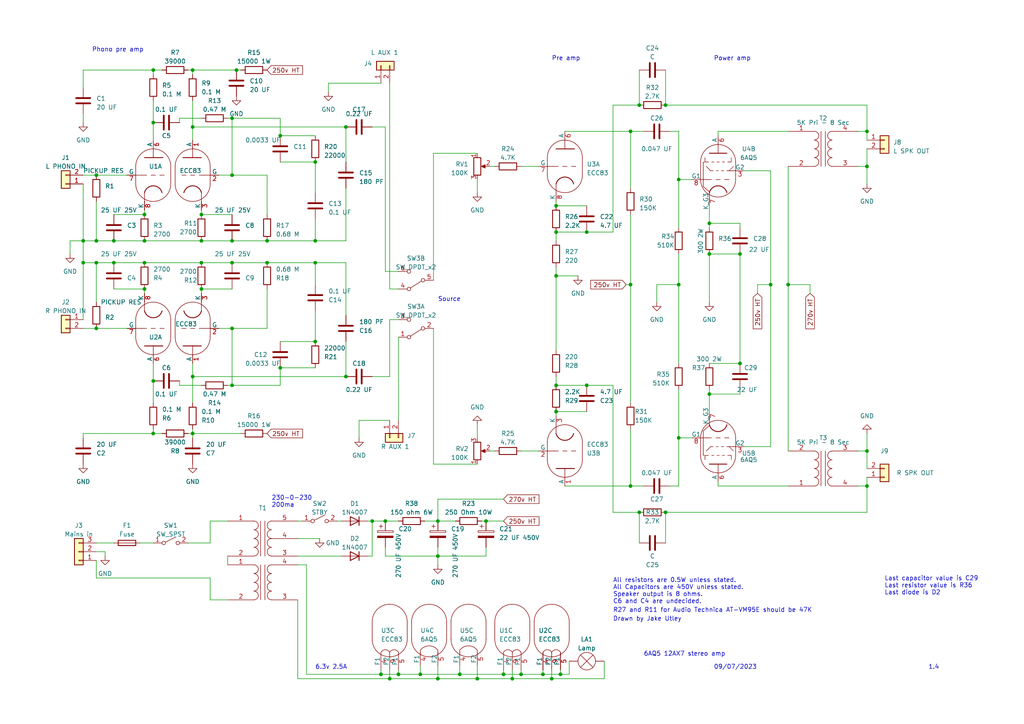
<source format=kicad_sch>
(kicad_sch (version 20230121) (generator eeschema)
  (paper "A4")
  (lib_symbols
    (symbol "Connector_Generic:Conn_01x02" (pin_names (offset 1.016) hide)
      (property "Reference" "J" (at 0 2.54 0))
      (property "Value" "Conn_01x02" (at 0 -5.08 0))
      (symbol "Conn_01x02_1_1"
        (pin passive line (at -5.08 0 0) (length 3.81) (name "Pin_1") (number "1"))
        (pin passive line (at -5.08 -2.54 0) (length 3.81) (name "Pin_2") (number "2"))
      )
    )
    (symbol "Connector_Generic:Conn_01x03" (pin_names (offset 1.016) hide)
      (property "Reference" "J" (at 0 5.08 0))
      (property "Value" "Conn_01x03" (at 0 -5.08 0))
      (symbol "Conn_01x03_1_1"
        (pin passive line (at -5.08 2.54 0) (length 3.81) (name "Pin_1") (number "1"))
        (pin passive line (at -5.08 0 0) (length 3.81) (name "Pin_2") (number "2"))
        (pin passive line (at -5.08 -2.54 0) (length 3.81) (name "Pin_3") (number "3"))
      )
    )
    (symbol "Device:C" (pin_numbers hide) (pin_names (offset 0.254))
      (property "Reference" "C" (at 0.635 2.54 0))
      (property "Value" "C" (at 0.635 -2.54 0))
      (symbol "C_1_1"
        (pin passive line (at 0 3.81 270) (length 2.794) (name "~") (number "1"))
        (pin passive line (at 0 -3.81 90) (length 2.794) (name "~") (number "2"))
      )
    )
    (symbol "Device:C_Polarized" (pin_numbers hide) (pin_names (offset 0.254))
      (property "Reference" "C" (at 0.635 2.54 0))
      (property "Value" "C_Polarized" (at 0.635 -2.54 0))
      (symbol "C_Polarized_1_1"
        (pin passive line (at 0 3.81 270) (length 2.794) (name "~") (number "1"))
        (pin passive line (at 0 -3.81 90) (length 2.794) (name "~") (number "2"))
      )
    )
    (symbol "Device:D" (pin_numbers hide) (pin_names (offset 1.016) hide)
      (property "Reference" "D" (at 0 2.54 0))
      (property "Value" "D" (at 0 -2.54 0))
      (symbol "D_1_1"
        (pin passive line (at -3.81 0 0) (length 2.54) (name "K") (number "1"))
        (pin passive line (at 3.81 0 180) (length 2.54) (name "A") (number "2"))
      )
    )
    (symbol "Device:Fuse" (pin_numbers hide) (pin_names (offset 0))
      (property "Reference" "F" (at 2.032 0 90))
      (property "Value" "Fuse" (at -1.905 0 90))
      (symbol "Fuse_1_1"
        (pin passive line (at 0 3.81 270) (length 1.27) (name "~") (number "1"))
        (pin passive line (at 0 -3.81 90) (length 1.27) (name "~") (number "2"))
      )
    )
    (symbol "Device:Lamp" (pin_numbers hide) (pin_names (offset 0.0254) hide)
      (property "Reference" "LA" (at 0.635 3.81 0))
      (property "Value" "Lamp" (at 0.635 -3.81 0))
      (symbol "Lamp_1_1"
        (pin passive line (at 0 -5.08 90) (length 2.54) (name "-") (number "1"))
        (pin passive line (at 0 5.08 270) (length 2.54) (name "+") (number "2"))
      )
    )
    (symbol "Device:R" (pin_numbers hide) (pin_names (offset 0))
      (property "Reference" "R" (at 2.032 0 90))
      (property "Value" "R" (at 0 0 90))
      (symbol "R_1_1"
        (pin passive line (at 0 3.81 270) (length 1.27) (name "~") (number "1"))
        (pin passive line (at 0 -3.81 90) (length 1.27) (name "~") (number "2"))
      )
    )
    (symbol "Device:R_Potentiometer" (pin_names (offset 1.016) hide)
      (property "Reference" "RV" (at -4.445 0 90))
      (property "Value" "R_Potentiometer" (at -2.54 0 90))
      (symbol "R_Potentiometer_1_1"
        (pin passive line (at 0 3.81 270) (length 1.27) (name "1") (number "1"))
        (pin passive line (at 3.81 0 180) (length 1.27) (name "2") (number "2"))
        (pin passive line (at 0 -3.81 90) (length 1.27) (name "3") (number "3"))
      )
    )
    (symbol "Device:Transformer_1P_1S" (pin_names (offset 1.016) hide)
      (property "Reference" "T" (at 0 6.35 0))
      (property "Value" "Transformer_1P_1S" (at 0 -7.62 0))
      (symbol "Transformer_1P_1S_1_1"
        (pin passive line (at -10.16 5.08 0) (length 7.62) (name "AA") (number "1"))
        (pin passive line (at -10.16 -5.08 0) (length 7.62) (name "AB") (number "2"))
        (pin passive line (at 10.16 -5.08 180) (length 7.62) (name "SA") (number "3"))
        (pin passive line (at 10.16 5.08 180) (length 7.62) (name "SB") (number "4"))
      )
    )
    (symbol "Device:Transformer_1P_SS" (pin_names (offset 1.016) hide)
      (property "Reference" "T" (at 0 6.35 0))
      (property "Value" "Transformer_1P_SS" (at 0 -7.62 0))
      (symbol "Transformer_1P_SS_1_1"
        (pin passive line (at -10.16 5.08 0) (length 7.62) (name "AA") (number "1"))
        (pin passive line (at -10.16 -5.08 0) (length 7.62) (name "AB") (number "2"))
        (pin passive line (at 10.16 -5.08 180) (length 7.62) (name "SA") (number "3"))
        (pin passive line (at 10.16 0 180) (length 7.62) (name "SC") (number "4"))
        (pin passive line (at 10.16 5.08 180) (length 7.62) (name "SB") (number "5"))
      )
    )
    (symbol "Switch:SW_DPDT_x2" (pin_names (offset 0) hide)
      (property "Reference" "SW" (at 0 4.318 0))
      (property "Value" "SW_DPDT_x2" (at 0 -5.08 0))
      (symbol "SW_DPDT_x2_1_1"
        (pin passive line (at 5.08 2.54 180) (length 2.54) (name "A") (number "1"))
        (pin passive line (at -5.08 0 0) (length 2.54) (name "B") (number "2"))
        (pin passive line (at 5.08 -2.54 180) (length 2.54) (name "C") (number "3"))
      )
      (symbol "SW_DPDT_x2_2_1"
        (pin passive line (at 5.08 2.54 180) (length 2.54) (name "A") (number "4"))
        (pin passive line (at -5.08 0 0) (length 2.54) (name "B") (number "5"))
        (pin passive line (at 5.08 -2.54 180) (length 2.54) (name "C") (number "6"))
      )
    )
    (symbol "Switch:SW_SPST" (pin_names (offset 0) hide)
      (property "Reference" "SW" (at 0 3.175 0))
      (property "Value" "SW_SPST" (at 0 -2.54 0))
      (symbol "SW_SPST_1_1"
        (pin passive line (at -5.08 0 0) (length 2.54) (name "A") (number "1"))
        (pin passive line (at 5.08 0 180) (length 2.54) (name "B") (number "2"))
      )
    )
    (symbol "Valve:ECC83" (pin_names (offset 0))
      (property "Reference" "U" (at 3.302 7.874 0))
      (property "Value" "ECC83" (at 8.89 -7.62 0))
      (symbol "ECC83_1_1"
        (pin output line (at 0 10.16 270) (length 2.54) (name "A") (number "6"))
        (pin input line (at -7.62 0 0) (length 2.54) (name "G") (number "7"))
        (pin bidirectional line (at -2.54 -10.16 90) (length 2.54) (name "K") (number "8"))
      )
      (symbol "ECC83_2_1"
        (pin output line (at 0 10.16 270) (length 2.54) (name "A") (number "1"))
        (pin input line (at -7.62 0 0) (length 2.54) (name "G") (number "2"))
        (pin bidirectional line (at -2.54 -10.16 90) (length 2.54) (name "K") (number "3"))
      )
      (symbol "ECC83_3_1"
        (pin power_in line (at -2.54 -11.43 90) (length 5.08) (name "F1") (number "4"))
        (pin power_in line (at 2.54 -11.43 90) (length 5.08) (name "F1") (number "5"))
        (pin power_in line (at 0 -11.43 90) (length 5.08) (name "F2") (number "9"))
      )
    )
    (symbol "Valve:ECL86" (pin_names (offset 0))
      (property "Reference" "U" (at 3.81 7.62 0))
      (property "Value" "ECL86" (at 7.62 -7.62 0))
      (symbol "ECL86_1_1"
        (pin input line (at -7.62 0 0) (length 2.54) (name "G") (number "1"))
        (pin bidirectional line (at -2.54 -10.16 90) (length 2.54) (name "K") (number "2"))
        (pin output line (at 0 10.16 270) (length 2.54) (name "A") (number "9"))
      )
      (symbol "ECL86_2_1"
        (pin input line (at 7.62 0 180) (length 2.54) (name "G2") (number "3"))
        (pin output line (at 0 10.16 270) (length 2.54) (name "A") (number "6"))
        (pin bidirectional line (at -2.54 -10.16 90) (length 2.54) (name "K_G3") (number "7"))
        (pin input line (at -7.62 -2.54 0) (length 2.54) (name "G1") (number "8"))
      )
      (symbol "ECL86_3_1"
        (pin power_in line (at -2.54 -10.16 90) (length 3.81) (name "F1") (number "4"))
        (pin power_in line (at 2.54 -10.16 90) (length 3.81) (name "F2") (number "5"))
      )
    )
    (symbol "power:GND" (power) (pin_names (offset 0))
      (property "Value" "GND" (at 0 -3.81 0))
      (symbol "GND_1_1"
        (pin power_in line (at 0 0 270) (length 0) hide (name "GND") (number "1"))
      )
    )
  )
  (junction (at 77.47 76.2))
  (junction (at 27.94 95.25))
  (junction (at 41.91 83.82))
  (junction (at 68.58 20.32))
  (junction (at 81.28 106.68))
  (junction (at 146.05 195.58))
  (junction (at 133.35 195.58))
  (junction (at 193.04 30.48))
  (junction (at 91.44 76.2))
  (junction (at 67.31 34.29))
  (junction (at 170.18 67.31))
  (junction (at 251.46 48.26))
  (junction (at 111.76 151.13))
  (junction (at 91.44 99.06))
  (junction (at 251.46 38.1))
  (junction (at 58.42 69.85))
  (junction (at 151.13 195.58))
  (junction (at 67.31 50.8))
  (junction (at 44.45 125.73))
  (junction (at 115.57 195.58))
  (junction (at 33.02 69.85))
  (junction (at 161.29 111.76))
  (junction (at 196.85 82.55))
  (junction (at 24.13 69.85))
  (junction (at 205.74 64.77))
  (junction (at 214.63 73.66))
  (junction (at 161.29 80.01))
  (junction (at 55.88 36.83))
  (junction (at 55.88 20.32))
  (junction (at 205.74 114.3))
  (junction (at 58.42 62.23))
  (junction (at 193.04 148.59))
  (junction (at 161.29 67.31))
  (junction (at 24.13 76.2))
  (junction (at 182.88 38.1))
  (junction (at 81.28 39.37))
  (junction (at 196.85 52.07))
  (junction (at 77.47 69.85))
  (junction (at 251.46 130.81))
  (junction (at 58.42 76.2))
  (junction (at 170.18 111.76))
  (junction (at 148.59 196.85))
  (junction (at 138.43 196.85))
  (junction (at 161.29 59.69))
  (junction (at 228.6 82.55))
  (junction (at 140.97 151.13))
  (junction (at 127 151.13))
  (junction (at 55.88 109.22))
  (junction (at 91.44 46.99))
  (junction (at 67.31 69.85))
  (junction (at 41.91 69.85))
  (junction (at 182.88 82.55))
  (junction (at 223.52 82.55))
  (junction (at 127 196.85))
  (junction (at 100.33 109.22))
  (junction (at 113.03 196.85))
  (junction (at 251.46 140.97))
  (junction (at 67.31 76.2))
  (junction (at 91.44 69.85))
  (junction (at 185.42 148.59))
  (junction (at 44.45 20.32))
  (junction (at 27.94 76.2))
  (junction (at 107.95 151.13))
  (junction (at 161.29 119.38))
  (junction (at 41.91 76.2))
  (junction (at 160.02 196.85))
  (junction (at 67.31 111.76))
  (junction (at 127 161.29))
  (junction (at 110.49 195.58))
  (junction (at 185.42 30.48))
  (junction (at 41.91 62.23))
  (junction (at 214.63 105.41))
  (junction (at 205.74 73.66))
  (junction (at 44.45 110.49))
  (junction (at 67.31 95.25))
  (junction (at 100.33 36.83))
  (junction (at 27.94 69.85))
  (junction (at 44.45 35.56))
  (junction (at 121.92 195.58))
  (junction (at 182.88 140.97))
  (junction (at 55.88 125.73))
  (junction (at 27.94 50.8))
  (junction (at 162.56 195.58))
  (junction (at 58.42 83.82))
  (junction (at 157.48 195.58))
  (junction (at 196.85 127))
  (junction (at 33.02 76.2))
  (wire (pts (xy 68.58 20.32) (xy 55.88 20.32)))
  (wire (pts (xy 208.28 140.97) (xy 228.6 140.97)))
  (wire (pts (xy 182.88 140.97) (xy 186.69 140.97)))
  (wire (pts (xy 86.36 163.83) (xy 88.9 163.83)))
  (wire (pts (xy 58.42 76.2) (xy 67.31 76.2)))
  (wire (pts (xy 24.13 92.71) (xy 24.13 76.2)))
  (wire (pts (xy 219.71 82.55) (xy 223.52 82.55)))
  (wire (pts (xy 161.29 111.76) (xy 170.18 111.76)))
  (wire (pts (xy 81.28 99.06) (xy 91.44 99.06)))
  (wire (pts (xy 58.42 83.82) (xy 67.31 83.82)))
  (wire (pts (xy 196.85 38.1) (xy 196.85 52.07)))
  (wire (pts (xy 251.46 140.97) (xy 251.46 138.43)))
  (wire (pts (xy 44.45 35.56) (xy 44.45 40.64)))
  (wire (pts (xy 81.28 111.76) (xy 81.28 106.68)))
  (wire (pts (xy 24.13 125.73) (xy 44.45 125.73)))
  (wire (pts (xy 27.94 160.02) (xy 30.48 160.02)))
  (wire (pts (xy 193.04 148.59) (xy 193.04 157.48)))
  (wire (pts (xy 251.46 148.59) (xy 193.04 148.59)))
  (wire (pts (xy 111.76 151.13) (xy 115.57 151.13)))
  (wire (pts (xy 107.95 36.83) (xy 111.76 36.83)))
  (wire (pts (xy 185.42 20.32) (xy 185.42 30.48)))
  (wire (pts (xy 194.31 140.97) (xy 196.85 140.97)))
  (wire (pts (xy 138.43 134.62) (xy 125.73 134.62)))
  (wire (pts (xy 24.13 20.32) (xy 44.45 20.32)))
  (wire (pts (xy 163.83 38.1) (xy 182.88 38.1)))
  (wire (pts (xy 27.94 157.48) (xy 33.02 157.48)))
  (wire (pts (xy 162.56 194.31) (xy 162.56 195.58)))
  (wire (pts (xy 58.42 62.23) (xy 67.31 62.23)))
  (wire (pts (xy 208.28 139.7) (xy 208.28 140.97)))
  (wire (pts (xy 190.5 82.55) (xy 196.85 82.55)))
  (wire (pts (xy 161.29 59.69) (xy 170.18 59.69)))
  (wire (pts (xy 182.88 38.1) (xy 182.88 54.61)))
  (wire (pts (xy 138.43 55.88) (xy 138.43 52.07)))
  (wire (pts (xy 251.46 38.1) (xy 251.46 30.48)))
  (wire (pts (xy 40.64 157.48) (xy 44.45 157.48)))
  (wire (pts (xy 215.9 49.53) (xy 223.52 49.53)))
  (wire (pts (xy 205.74 114.3) (xy 205.74 113.03)))
  (wire (pts (xy 41.91 69.85) (xy 58.42 69.85)))
  (wire (pts (xy 146.05 194.31) (xy 146.05 195.58)))
  (wire (pts (xy 148.59 194.31) (xy 148.59 196.85)))
  (wire (pts (xy 30.48 160.02) (xy 30.48 161.29)))
  (wire (pts (xy 67.31 111.76) (xy 67.31 95.25)))
  (wire (pts (xy 157.48 194.31) (xy 157.48 195.58)))
  (wire (pts (xy 44.45 20.32) (xy 46.99 20.32)))
  (wire (pts (xy 27.94 76.2) (xy 33.02 76.2)))
  (wire (pts (xy 44.45 29.21) (xy 44.45 35.56)))
  (wire (pts (xy 185.42 148.59) (xy 177.8 148.59)))
  (wire (pts (xy 81.28 39.37) (xy 91.44 39.37)))
  (wire (pts (xy 251.46 130.81) (xy 251.46 135.89)))
  (wire (pts (xy 251.46 38.1) (xy 251.46 40.64)))
  (wire (pts (xy 67.31 69.85) (xy 77.47 69.85)))
  (wire (pts (xy 86.36 156.21) (xy 92.71 156.21)))
  (wire (pts (xy 88.9 163.83) (xy 88.9 195.58)))
  (wire (pts (xy 115.57 195.58) (xy 121.92 195.58)))
  (wire (pts (xy 139.7 151.13) (xy 140.97 151.13)))
  (wire (pts (xy 58.42 69.85) (xy 67.31 69.85)))
  (wire (pts (xy 161.29 67.31) (xy 161.29 69.85)))
  (wire (pts (xy 121.92 195.58) (xy 133.35 195.58)))
  (wire (pts (xy 33.02 62.23) (xy 41.91 62.23)))
  (wire (pts (xy 214.63 66.04) (xy 214.63 64.77)))
  (wire (pts (xy 142.24 48.26) (xy 143.51 48.26)))
  (wire (pts (xy 205.74 59.69) (xy 205.74 64.77)))
  (wire (pts (xy 66.04 161.29) (xy 66.04 163.83)))
  (wire (pts (xy 234.95 82.55) (xy 228.6 82.55)))
  (wire (pts (xy 41.91 76.2) (xy 58.42 76.2)))
  (wire (pts (xy 81.28 106.68) (xy 91.44 106.68)))
  (wire (pts (xy 58.42 60.96) (xy 58.42 62.23)))
  (wire (pts (xy 234.95 85.09) (xy 234.95 82.55)))
  (wire (pts (xy 24.13 50.8) (xy 27.94 50.8)))
  (wire (pts (xy 110.49 195.58) (xy 115.57 195.58)))
  (wire (pts (xy 100.33 91.44) (xy 100.33 76.2)))
  (wire (pts (xy 157.48 195.58) (xy 162.56 195.58)))
  (wire (pts (xy 41.91 85.09) (xy 41.91 83.82)))
  (wire (pts (xy 146.05 144.78) (xy 127 144.78)))
  (wire (pts (xy 182.88 82.55) (xy 182.88 116.84)))
  (wire (pts (xy 113.03 24.13) (xy 113.03 83.82)))
  (wire (pts (xy 251.46 48.26) (xy 251.46 43.18)))
  (wire (pts (xy 214.63 114.3) (xy 205.74 114.3)))
  (wire (pts (xy 208.28 38.1) (xy 228.6 38.1)))
  (wire (pts (xy 107.95 109.22) (xy 113.03 109.22)))
  (wire (pts (xy 214.63 73.66) (xy 214.63 105.41)))
  (wire (pts (xy 24.13 69.85) (xy 24.13 76.2)))
  (wire (pts (xy 138.43 196.85) (xy 138.43 193.04)))
  (wire (pts (xy 63.5 50.8) (xy 67.31 50.8)))
  (wire (pts (xy 177.8 30.48) (xy 177.8 67.31)))
  (wire (pts (xy 104.14 121.92) (xy 113.03 121.92)))
  (wire (pts (xy 182.88 140.97) (xy 182.88 124.46)))
  (wire (pts (xy 223.52 82.55) (xy 223.52 129.54)))
  (wire (pts (xy 177.8 148.59) (xy 177.8 111.76)))
  (wire (pts (xy 20.32 69.85) (xy 24.13 69.85)))
  (wire (pts (xy 205.74 73.66) (xy 214.63 73.66)))
  (wire (pts (xy 77.47 83.82) (xy 77.47 95.25)))
  (wire (pts (xy 156.21 48.26) (xy 151.13 48.26)))
  (wire (pts (xy 190.5 87.63) (xy 190.5 82.55)))
  (wire (pts (xy 196.85 82.55) (xy 196.85 105.41)))
  (wire (pts (xy 107.95 151.13) (xy 111.76 151.13)))
  (wire (pts (xy 58.42 85.09) (xy 58.42 83.82)))
  (wire (pts (xy 97.79 151.13) (xy 99.06 151.13)))
  (wire (pts (xy 27.94 87.63) (xy 27.94 76.2)))
  (wire (pts (xy 44.45 110.49) (xy 44.45 105.41)))
  (wire (pts (xy 63.5 95.25) (xy 67.31 95.25)))
  (wire (pts (xy 161.29 80.01) (xy 161.29 77.47)))
  (wire (pts (xy 24.13 127) (xy 24.13 125.73)))
  (wire (pts (xy 127 144.78) (xy 127 151.13)))
  (wire (pts (xy 44.45 20.32) (xy 44.45 21.59)))
  (wire (pts (xy 24.13 53.34) (xy 24.13 69.85)))
  (wire (pts (xy 161.29 111.76) (xy 161.29 109.22)))
  (wire (pts (xy 67.31 50.8) (xy 77.47 50.8)))
  (wire (pts (xy 196.85 52.07) (xy 200.66 52.07)))
  (wire (pts (xy 170.18 67.31) (xy 177.8 67.31)))
  (wire (pts (xy 251.46 30.48) (xy 193.04 30.48)))
  (wire (pts (xy 111.76 36.83) (xy 111.76 78.74)))
  (wire (pts (xy 100.33 36.83) (xy 100.33 46.99)))
  (wire (pts (xy 163.83 140.97) (xy 182.88 140.97)))
  (wire (pts (xy 95.25 24.13) (xy 110.49 24.13)))
  (wire (pts (xy 77.47 62.23) (xy 77.47 50.8)))
  (wire (pts (xy 165.1 191.77) (xy 165.1 195.58)))
  (wire (pts (xy 140.97 151.13) (xy 146.05 151.13)))
  (wire (pts (xy 127 196.85) (xy 138.43 196.85)))
  (wire (pts (xy 55.88 109.22) (xy 55.88 105.41)))
  (wire (pts (xy 100.33 54.61) (xy 100.33 69.85)))
  (wire (pts (xy 91.44 99.06) (xy 91.44 90.17)))
  (wire (pts (xy 161.29 58.42) (xy 161.29 59.69)))
  (wire (pts (xy 181.61 82.55) (xy 182.88 82.55)))
  (wire (pts (xy 88.9 195.58) (xy 110.49 195.58)))
  (wire (pts (xy 182.88 38.1) (xy 186.69 38.1)))
  (wire (pts (xy 161.29 119.38) (xy 170.18 119.38)))
  (wire (pts (xy 228.6 82.55) (xy 228.6 130.81)))
  (wire (pts (xy 55.88 116.84) (xy 55.88 109.22)))
  (wire (pts (xy 54.61 20.32) (xy 55.88 20.32)))
  (wire (pts (xy 41.91 60.96) (xy 41.91 62.23)))
  (wire (pts (xy 66.04 34.29) (xy 67.31 34.29)))
  (wire (pts (xy 196.85 127) (xy 196.85 113.03)))
  (wire (pts (xy 106.68 161.29) (xy 107.95 161.29)))
  (wire (pts (xy 24.13 95.25) (xy 27.94 95.25)))
  (wire (pts (xy 86.36 151.13) (xy 87.63 151.13)))
  (wire (pts (xy 113.03 194.31) (xy 113.03 196.85)))
  (wire (pts (xy 67.31 34.29) (xy 81.28 34.29)))
  (wire (pts (xy 54.61 157.48) (xy 60.96 157.48)))
  (wire (pts (xy 185.42 30.48) (xy 177.8 30.48)))
  (wire (pts (xy 196.85 52.07) (xy 196.85 66.04)))
  (wire (pts (xy 127 151.13) (xy 132.08 151.13)))
  (wire (pts (xy 113.03 196.85) (xy 127 196.85)))
  (wire (pts (xy 113.03 109.22) (xy 113.03 92.71)))
  (wire (pts (xy 55.88 36.83) (xy 55.88 40.64)))
  (wire (pts (xy 67.31 34.29) (xy 67.31 50.8)))
  (wire (pts (xy 27.94 167.64) (xy 60.96 167.64)))
  (wire (pts (xy 91.44 46.99) (xy 91.44 55.88)))
  (wire (pts (xy 66.04 111.76) (xy 67.31 111.76)))
  (wire (pts (xy 127 158.75) (xy 127 161.29)))
  (wire (pts (xy 91.44 63.5) (xy 91.44 69.85)))
  (wire (pts (xy 138.43 123.19) (xy 138.43 127)))
  (wire (pts (xy 248.92 48.26) (xy 251.46 48.26)))
  (wire (pts (xy 196.85 127) (xy 200.66 127)))
  (wire (pts (xy 196.85 140.97) (xy 196.85 127)))
  (wire (pts (xy 86.36 173.99) (xy 86.36 196.85)))
  (wire (pts (xy 110.49 194.31) (xy 110.49 195.58)))
  (wire (pts (xy 27.94 95.25) (xy 36.83 95.25)))
  (wire (pts (xy 52.07 111.76) (xy 52.07 110.49)))
  (wire (pts (xy 160.02 194.31) (xy 160.02 196.85)))
  (wire (pts (xy 161.29 67.31) (xy 170.18 67.31)))
  (wire (pts (xy 127 193.04) (xy 127 196.85)))
  (wire (pts (xy 182.88 82.55) (xy 182.88 62.23)))
  (wire (pts (xy 55.88 125.73) (xy 55.88 127)))
  (wire (pts (xy 251.46 130.81) (xy 251.46 125.73)))
  (wire (pts (xy 125.73 44.45) (xy 125.73 81.28)))
  (wire (pts (xy 33.02 83.82) (xy 41.91 83.82)))
  (wire (pts (xy 138.43 44.45) (xy 125.73 44.45)))
  (wire (pts (xy 185.42 148.59) (xy 185.42 157.48)))
  (wire (pts (xy 24.13 33.02) (xy 24.13 35.56)))
  (wire (pts (xy 27.94 76.2) (xy 24.13 76.2)))
  (wire (pts (xy 54.61 125.73) (xy 55.88 125.73)))
  (wire (pts (xy 100.33 69.85) (xy 91.44 69.85)))
  (wire (pts (xy 123.19 151.13) (xy 127 151.13)))
  (wire (pts (xy 205.74 64.77) (xy 205.74 66.04)))
  (wire (pts (xy 91.44 69.85) (xy 77.47 69.85)))
  (wire (pts (xy 27.94 69.85) (xy 24.13 69.85)))
  (wire (pts (xy 140.97 161.29) (xy 127 161.29)))
  (wire (pts (xy 44.45 125.73) (xy 46.99 125.73)))
  (wire (pts (xy 27.94 69.85) (xy 33.02 69.85)))
  (wire (pts (xy 140.97 158.75) (xy 140.97 161.29)))
  (wire (pts (xy 55.88 125.73) (xy 69.85 125.73)))
  (wire (pts (xy 138.43 196.85) (xy 148.59 196.85)))
  (wire (pts (xy 196.85 82.55) (xy 196.85 73.66)))
  (wire (pts (xy 55.88 125.73) (xy 55.88 124.46)))
  (wire (pts (xy 91.44 82.55) (xy 91.44 76.2)))
  (wire (pts (xy 205.74 105.41) (xy 214.63 105.41)))
  (wire (pts (xy 161.29 80.01) (xy 167.64 80.01)))
  (wire (pts (xy 248.92 130.81) (xy 251.46 130.81)))
  (wire (pts (xy 104.14 127) (xy 104.14 121.92)))
  (wire (pts (xy 251.46 48.26) (xy 251.46 53.34)))
  (wire (pts (xy 205.74 119.38) (xy 205.74 114.3)))
  (wire (pts (xy 27.94 58.42) (xy 27.94 69.85)))
  (wire (pts (xy 55.88 20.32) (xy 55.88 21.59)))
  (wire (pts (xy 66.04 173.99) (xy 60.96 173.99)))
  (wire (pts (xy 214.63 113.03) (xy 214.63 114.3)))
  (wire (pts (xy 44.45 116.84) (xy 44.45 110.49)))
  (wire (pts (xy 214.63 64.77) (xy 205.74 64.77)))
  (wire (pts (xy 58.42 34.29) (xy 52.07 34.29)))
  (wire (pts (xy 60.96 151.13) (xy 60.96 157.48)))
  (wire (pts (xy 151.13 194.31) (xy 151.13 195.58)))
  (wire (pts (xy 111.76 161.29) (xy 111.76 158.75)))
  (wire (pts (xy 107.95 161.29) (xy 107.95 151.13)))
  (wire (pts (xy 55.88 109.22) (xy 100.33 109.22)))
  (wire (pts (xy 33.02 69.85) (xy 41.91 69.85)))
  (wire (pts (xy 27.94 162.56) (xy 27.94 167.64)))
  (wire (pts (xy 151.13 195.58) (xy 146.05 195.58)))
  (wire (pts (xy 113.03 92.71) (xy 115.57 92.71)))
  (wire (pts (xy 81.28 46.99) (xy 91.44 46.99)))
  (wire (pts (xy 60.96 173.99) (xy 60.96 167.64)))
  (wire (pts (xy 91.44 76.2) (xy 77.47 76.2)))
  (wire (pts (xy 161.29 80.01) (xy 161.29 101.6)))
  (wire (pts (xy 44.45 125.73) (xy 44.45 124.46)))
  (wire (pts (xy 248.92 140.97) (xy 251.46 140.97)))
  (wire (pts (xy 127 161.29) (xy 127 163.83)))
  (wire (pts (xy 156.21 130.81) (xy 151.13 130.81)))
  (wire (pts (xy 251.46 140.97) (xy 251.46 148.59)))
  (wire (pts (xy 127 161.29) (xy 111.76 161.29)))
  (wire (pts (xy 205.74 73.66) (xy 205.74 87.63)))
  (wire (pts (xy 162.56 195.58) (xy 165.1 195.58)))
  (wire (pts (xy 157.48 195.58) (xy 151.13 195.58)))
  (wire (pts (xy 193.04 20.32) (xy 193.04 30.48)))
  (wire (pts (xy 115.57 97.79) (xy 115.57 121.92)))
  (wire (pts (xy 142.24 130.81) (xy 143.51 130.81)))
  (wire (pts (xy 60.96 151.13) (xy 66.04 151.13)))
  (wire (pts (xy 170.18 111.76) (xy 177.8 111.76)))
  (wire (pts (xy 208.28 39.37) (xy 208.28 38.1)))
  (wire (pts (xy 133.35 195.58) (xy 133.35 193.04)))
  (wire (pts (xy 52.07 34.29) (xy 52.07 35.56)))
  (wire (pts (xy 223.52 49.53) (xy 223.52 82.55)))
  (wire (pts (xy 111.76 78.74) (xy 115.57 78.74)))
  (wire (pts (xy 161.29 120.65) (xy 161.29 119.38)))
  (wire (pts (xy 95.25 26.67) (xy 95.25 24.13)))
  (wire (pts (xy 67.31 76.2) (xy 77.47 76.2)))
  (wire (pts (xy 194.31 38.1) (xy 196.85 38.1)))
  (wire (pts (xy 100.33 109.22) (xy 100.33 99.06)))
  (wire (pts (xy 24.13 20.32) (xy 24.13 25.4)))
  (wire (pts (xy 115.57 194.31) (xy 115.57 195.58)))
  (wire (pts (xy 33.02 76.2) (xy 41.91 76.2)))
  (wire (pts (xy 67.31 111.76) (xy 81.28 111.76)))
  (wire (pts (xy 160.02 196.85) (xy 148.59 196.85)))
  (wire (pts (xy 175.26 191.77) (xy 175.26 196.85)))
  (wire (pts (xy 58.42 111.76) (xy 52.07 111.76)))
  (wire (pts (xy 69.85 20.32) (xy 68.58 20.32)))
  (wire (pts (xy 100.33 76.2) (xy 91.44 76.2)))
  (wire (pts (xy 86.36 196.85) (xy 113.03 196.85)))
  (wire (pts (xy 20.32 69.85) (xy 20.32 73.66)))
  (wire (pts (xy 107.95 151.13) (xy 106.68 151.13)))
  (wire (pts (xy 121.92 193.04) (xy 121.92 195.58)))
  (wire (pts (xy 55.88 29.21) (xy 55.88 36.83)))
  (wire (pts (xy 228.6 48.26) (xy 228.6 82.55)))
  (wire (pts (xy 81.28 34.29) (xy 81.28 39.37)))
  (wire (pts (xy 125.73 134.62) (xy 125.73 95.25)))
  (wire (pts (xy 27.94 50.8) (xy 36.83 50.8)))
  (wire (pts (xy 146.05 195.58) (xy 133.35 195.58)))
  (wire (pts (xy 215.9 129.54) (xy 223.52 129.54)))
  (wire (pts (xy 86.36 161.29) (xy 99.06 161.29)))
  (wire (pts (xy 248.92 38.1) (xy 251.46 38.1)))
  (wire (pts (xy 55.88 36.83) (xy 100.33 36.83)))
  (wire (pts (xy 175.26 196.85) (xy 160.02 196.85)))
  (wire (pts (xy 113.03 83.82) (xy 115.57 83.82)))
  (wire (pts (xy 67.31 95.25) (xy 77.47 95.25)))
  (wire (pts (xy 219.71 85.09) (xy 219.71 82.55)))
  (text "6.3v 2.5A" (at 91.44 194.31 0) (effects (font (size 1.27 1.27)) (justify left bottom)))
  (text "230-0-230\n200ma" (at 78.74 147.32 0) (effects (font (size 1.27 1.27)) (justify left bottom)))
  (text "6AQ5 12AX7 stereo amp" (at 186.69 190.5 0) (effects (font (size 1.27 1.27)) (justify left bottom)))
  (text "Last capacitor value is C29\nLast resistor value is R36\nLast diode is D2" (at 256.54 172.72 0) (effects (font (size 1.27 1.27)) (justify left bottom)))
  (text "R27 and R11 for Audio Technica AT-VM95E should be 47K" (at 177.8 177.8 0) (effects (font (size 1.27 1.27)) (justify left bottom)))
  (text "Drawn by Jake Utley" (at 177.8 180.34 0) (effects (font (size 1.27 1.27)) (justify left bottom)))
  (text "Phono pre amp" (at 26.67 15.24 0) (effects (font (size 1.27 1.27)) (justify left bottom)))
  (text "1.4" (at 269.24 194.31 0) (effects (font (size 1.27 1.27)) (justify left bottom)))
  (text "All resistors are 0.5W unless stated.\nAll Capacitors are 450V unless stated.\nSpeaker output is 8 ohms.\nC6 and C4 are undecided." (at 177.8 175.26 0) (effects (font (size 1.27 1.27)) (justify left bottom)))
  (text "Power amp" (at 207.01 17.78 0) (effects (font (size 1.27 1.27)) (justify left bottom)))
  (text "Pre amp" (at 160.02 17.78 0) (effects (font (size 1.27 1.27)) (justify left bottom)))
  (text "09/07/2023" (at 207.01 194.31 0) (effects (font (size 1.27 1.27)) (justify left bottom)))
  (text "Source" (at 127 87.63 0) (effects (font (size 1.27 1.27)) (justify left bottom)))
  (global_label "250v HT" (shape input) (at 146.05 151.13 0) (property "Intersheetrefs" "${INTERSHEET_REFS}" (effects hide)))
  (global_label "250v HT" (shape input) (at 219.71 85.09 270) (property "Intersheetrefs" "${INTERSHEET_REFS}" (effects hide)))
  (global_label "270v HT" (shape input) (at 234.95 85.09 270) (property "Intersheetrefs" "${INTERSHEET_REFS}" (effects hide)))
  (global_label "250v HT" (shape input) (at 181.61 82.55 180) (property "Intersheetrefs" "${INTERSHEET_REFS}" (effects hide)))
  (global_label "250v HT" (shape input) (at 77.47 20.32 0) (property "Intersheetrefs" "${INTERSHEET_REFS}" (effects hide)))
  (global_label "270v HT" (shape input) (at 146.05 144.78 0) (property "Intersheetrefs" "${INTERSHEET_REFS}" (effects hide)))
  (global_label "250v HT" (shape input) (at 77.47 125.73 0) (property "Intersheetrefs" "${INTERSHEET_REFS}" (effects hide)))
  (symbol (lib_id "Connector_Generic:Conn_01x02") (at 113.03 127 90) (mirror x) (unit 1)
    (property "Reference" "J7" (at 118.11 126.365 90) (effects (justify right)))
    (property "Value" "R AUX 1" (at 110.49 129.54 90) (effects (justify right)))
  )
  (symbol (lib_id "power:GND") (at 104.14 127 0) (mirror y) (unit 1)
    (property "Reference" "#PWR07" (effects hide))
    (property "Value" "GND" (at 104.14 132.08 0))
  )
  (symbol (lib_id "Switch:SW_SPST") (at 49.53 157.48 0) (unit 1)
    (property "Reference" "SW1" (at 49.53 152.4 0))
    (property "Value" "SW_SPST" (at 49.53 154.94 0))
  )
  (symbol (lib_id "Device:R") (at 62.23 34.29 90) (unit 1)
    (property "Reference" "R13" (at 62.23 29.21 90))
    (property "Value" "0.47 M" (at 62.23 31.75 90))
  )
  (symbol (lib_id "Valve:ECC83") (at 55.88 50.8 0) (mirror y) (unit 2)
    (property "Reference" "U1" (effects hide))
    (property "Value" "ECC83" (at 58.42 49.53 0) (effects (justify left)))
    (property "Footprint" "Valve:Valve_Noval_P" (effects hide))
    (property "Datasheet" "http://www.r-type.org/pdfs/ecc83.pdf" (effects hide))
  )
  (symbol (lib_id "Connector_Generic:Conn_01x02") (at 110.49 19.05 90) (unit 1)
    (property "Reference" "J4" (at 107.95 18.415 90) (effects (justify left)))
    (property "Value" "L AUX 1" (at 115.57 15.24 90) (effects (justify left)))
  )
  (symbol (lib_id "Device:C") (at 170.18 63.5 0) (unit 1)
    (property "Reference" "C22" (at 173.99 62.865 0) (effects (justify left)))
    (property "Value" "4.7 UF" (at 173.99 65.405 0) (effects (justify left)))
  )
  (symbol (lib_id "Device:C") (at 104.14 109.22 90) (mirror x) (unit 1)
    (property "Reference" "C18" (at 104.14 105.41 90))
    (property "Value" "0.22 UF" (at 104.14 113.03 90))
  )
  (symbol (lib_id "Device:C") (at 33.02 80.01 0) (mirror x) (unit 1)
    (property "Reference" "C4" (at 36.83 80.645 0) (effects (justify left)))
    (property "Value" "25 UF 25V" (at 29.21 73.66 0) (effects (justify left)))
  )
  (symbol (lib_id "Device:R") (at 161.29 73.66 0) (unit 1)
    (property "Reference" "R27" (at 163.83 73.025 0) (effects (justify left)))
    (property "Value" "220" (at 163.83 75.565 0) (effects (justify left)))
  )
  (symbol (lib_id "Device:C") (at 100.33 50.8 0) (unit 1)
    (property "Reference" "C15" (at 104.14 50.165 0) (effects (justify left)))
    (property "Value" "180 PF" (at 104.14 52.705 0) (effects (justify left)))
  )
  (symbol (lib_id "Connector_Generic:Conn_01x02") (at 19.05 92.71 0) (mirror y) (unit 1)
    (property "Reference" "J2" (at 19.05 87.63 0))
    (property "Value" "R PHONO IN" (at 19.05 90.17 0))
  )
  (symbol (lib_id "Device:C") (at 91.44 86.36 0) (mirror x) (unit 1)
    (property "Reference" "C14" (at 95.25 86.995 0) (effects (justify left)))
    (property "Value" "0.1 UF" (at 95.25 84.455 0) (effects (justify left)))
  )
  (symbol (lib_id "Device:R") (at 44.45 120.65 0) (mirror x) (unit 1)
    (property "Reference" "R6" (at 46.99 121.285 0) (effects (justify left)))
    (property "Value" "0.1 M" (at 46.99 118.745 0) (effects (justify left)))
  )
  (symbol (lib_id "Device:R") (at 182.88 58.42 0) (unit 1)
    (property "Reference" "R30" (at 185.42 57.785 0) (effects (justify left)))
    (property "Value" "150K" (at 185.42 60.325 0) (effects (justify left)))
  )
  (symbol (lib_id "Device:R") (at 161.29 63.5 0) (unit 1)
    (property "Reference" "R26" (at 163.83 62.865 0) (effects (justify left)))
    (property "Value" "2.2K" (at 163.83 65.405 0) (effects (justify left)))
  )
  (symbol (lib_id "Device:R") (at 50.8 125.73 90) (mirror x) (unit 1)
    (property "Reference" "R8" (at 50.8 130.81 90))
    (property "Value" "39000" (at 50.8 128.27 90))
  )
  (symbol (lib_id "Device:R") (at 77.47 66.04 0) (unit 1)
    (property "Reference" "R17" (at 80.01 65.405 0) (effects (justify left)))
    (property "Value" "0.68 M" (at 80.01 67.945 0) (effects (justify left)))
  )
  (symbol (lib_id "Device:C") (at 24.13 130.81 0) (mirror x) (unit 1)
    (property "Reference" "C2" (at 27.94 131.445 0) (effects (justify left)))
    (property "Value" "20 UF" (at 27.94 128.905 0) (effects (justify left)))
  )
  (symbol (lib_id "Device:D") (at 102.87 151.13 180) (unit 1)
    (property "Reference" "D1" (at 102.87 146.05 0))
    (property "Value" "1N4007" (at 102.87 148.59 0))
    (property "Sim.Device" "D" (effects hide))
    (property "Sim.Pins" "1=K 2=A" (effects hide))
  )
  (symbol (lib_id "Device:C") (at 67.31 66.04 0) (unit 1)
    (property "Reference" "C8" (at 71.12 65.405 0) (effects (justify left)))
    (property "Value" "25 UF 25V" (at 62.23 60.96 0) (effects (justify left)))
  )
  (symbol (lib_id "Device:C_Polarized") (at 111.76 154.94 0) (unit 1)
    (property "Reference" "C20" (at 115.57 153.416 0) (effects (justify left)))
    (property "Value" "270 UF 450V" (at 115.57 167.64 90) (effects (justify left)))
  )
  (symbol (lib_id "Valve:ECC83") (at 148.59 182.88 0) (unit 3)
    (property "Reference" "U1" (at 144.78 182.88 0) (effects (justify left)))
    (property "Value" "ECC83" (at 144.78 185.42 0) (effects (justify left)))
    (property "Footprint" "Valve:Valve_Noval_P" (effects hide))
    (property "Datasheet" "http://www.r-type.org/pdfs/ecc83.pdf" (effects hide))
  )
  (symbol (lib_id "Device:R_Potentiometer") (at 138.43 130.81 0) (mirror x) (unit 1)
    (property "Reference" "RV2" (at 135.89 130.175 0) (effects (justify right)))
    (property "Value" "100K" (at 135.89 132.715 0) (effects (justify right)))
  )
  (symbol (lib_id "power:GND") (at 138.43 55.88 0) (unit 1)
    (property "Reference" "#PWR010" (effects hide))
    (property "Value" "GND" (at 138.43 60.96 0))
  )
  (symbol (lib_id "Device:C") (at 91.44 59.69 0) (unit 1)
    (property "Reference" "C13" (at 95.25 59.055 0) (effects (justify left)))
    (property "Value" "0.1 UF" (at 95.25 61.595 0) (effects (justify left)))
  )
  (symbol (lib_id "Device:R") (at 50.8 20.32 90) (unit 1)
    (property "Reference" "R7" (at 50.8 15.24 90))
    (property "Value" "39000" (at 50.8 17.78 90))
  )
  (symbol (lib_id "Device:R") (at 44.45 25.4 0) (unit 1)
    (property "Reference" "R5" (at 46.99 24.765 0) (effects (justify left)))
    (property "Value" "0.1 M" (at 46.99 27.305 0) (effects (justify left)))
  )
  (symbol (lib_id "power:GND") (at 68.58 27.94 0) (unit 1)
    (property "Reference" "#PWR06" (effects hide))
    (property "Value" "GND" (at 68.58 33.02 0))
  )
  (symbol (lib_id "Device:Transformer_1P_1S") (at 238.76 135.89 0) (mirror x) (unit 1)
    (property "Reference" "T3" (at 238.7727 127 0))
    (property "Value" "5K Pri - 8 Sec" (at 238.76 128.27 0))
  )
  (symbol (lib_id "Device:R") (at 91.44 43.18 0) (unit 1)
    (property "Reference" "R20" (at 93.98 42.545 0) (effects (justify left)))
    (property "Value" "22000" (at 93.98 45.085 0) (effects (justify left)))
  )
  (symbol (lib_id "Device:R") (at 55.88 25.4 0) (unit 1)
    (property "Reference" "R9" (at 58.42 24.13 0) (effects (justify left)))
    (property "Value" "0.1 M" (at 58.42 26.67 0) (effects (justify left)))
  )
  (symbol (lib_id "Connector_Generic:Conn_01x02") (at 19.05 53.34 180) (unit 1)
    (property "Reference" "J1" (at 19.05 45.72 0))
    (property "Value" "L PHONO IN" (at 19.05 48.26 0))
  )
  (symbol (lib_id "Valve:ECC83") (at 44.45 95.25 0) (mirror x) (unit 1)
    (property "Reference" "U2" (at 43.18 97.79 0) (effects (justify left)))
    (property "Value" "ECC83" (effects hide))
    (property "Footprint" "Valve:Valve_Noval_P" (effects hide))
    (property "Datasheet" "http://www.r-type.org/pdfs/ecc83.pdf" (effects hide))
  )
  (symbol (lib_id "Device:C") (at 214.63 109.22 0) (mirror x) (unit 1)
    (property "Reference" "C29" (at 219.71 106.68 0) (effects (justify right)))
    (property "Value" "22 UF" (at 219.71 113.03 0) (effects (justify right)))
  )
  (symbol (lib_id "Device:R") (at 189.23 148.59 90) (mirror x) (unit 1)
    (property "Reference" "R33" (at 189.23 148.59 90))
    (property "Value" "2.7K" (at 189.23 151.13 90))
  )
  (symbol (lib_id "Device:C") (at 67.31 80.01 0) (mirror x) (unit 1)
    (property "Reference" "C9" (at 71.12 80.645 0) (effects (justify left)))
    (property "Value" "25 UF 25V" (at 62.23 73.66 0) (effects (justify left)))
  )
  (symbol (lib_id "Device:R") (at 196.85 69.85 0) (unit 1)
    (property "Reference" "R34" (at 191.77 68.58 0) (effects (justify left)))
    (property "Value" "510K" (at 190.5 71.12 0) (effects (justify left)))
  )
  (symbol (lib_id "Valve:ECC83") (at 163.83 48.26 0) (unit 1)
    (property "Reference" "U3" (at 170.18 47.625 0) (effects (justify left)))
    (property "Value" "ECC83" (at 170.18 50.165 0) (effects (justify left)))
    (property "Footprint" "Valve:Valve_Noval_P" (effects hide))
    (property "Datasheet" "http://www.r-type.org/pdfs/ecc83.pdf" (effects hide))
  )
  (symbol (lib_id "Device:C") (at 48.26 110.49 90) (mirror x) (unit 1)
    (property "Reference" "C6" (at 48.26 106.68 90))
    (property "Value" "0.1 UF" (at 48.26 114.3 90))
  )
  (symbol (lib_id "power:GND") (at 138.43 123.19 0) (mirror x) (unit 1)
    (property "Reference" "#PWR011" (effects hide))
    (property "Value" "GND" (at 138.43 118.11 0))
  )
  (symbol (lib_id "Device:C") (at 81.28 102.87 0) (mirror x) (unit 1)
    (property "Reference" "C12" (at 73.66 102.87 0) (effects (justify left)))
    (property "Value" "0.0033 UF" (at 71.12 105.41 0) (effects (justify left)))
  )
  (symbol (lib_id "Device:R") (at 147.32 48.26 90) (unit 1)
    (property "Reference" "R24" (at 147.32 43.18 90))
    (property "Value" "4.7K" (at 147.32 45.72 90))
  )
  (symbol (lib_id "Device:R") (at 58.42 80.01 0) (mirror x) (unit 1)
    (property "Reference" "R12" (at 53.34 81.28 0) (effects (justify left)))
    (property "Value" "2700" (at 52.07 78.74 0) (effects (justify left)))
  )
  (symbol (lib_id "Valve:ECL86") (at 124.46 182.88 0) (unit 3)
    (property "Reference" "U4" (at 121.92 182.88 0) (effects (justify left)))
    (property "Value" "6AQ5" (at 121.92 185.42 0) (effects (justify left)))
    (property "Footprint" "Valve:Valve_Noval_P" (effects hide))
    (property "Datasheet" "http://www.r-type.org/pdfs/ecl86.pdf" (effects hide))
  )
  (symbol (lib_id "Device:Transformer_1P_1S") (at 238.76 43.18 0) (unit 1)
    (property "Reference" "T2" (at 238.7727 34.29 0))
    (property "Value" "5K Pri - 8 Sec" (at 238.76 35.56 0))
  )
  (symbol (lib_id "power:GND") (at 251.46 53.34 0) (unit 1)
    (property "Reference" "#PWR015" (effects hide))
    (property "Value" "GND" (at 251.46 58.42 0))
  )
  (symbol (lib_id "Device:C") (at 214.63 69.85 0) (unit 1)
    (property "Reference" "C28" (at 218.44 69.215 0) (effects (justify left)))
    (property "Value" "22 UF" (at 217.17 72.39 0) (effects (justify left)))
  )
  (symbol (lib_id "Valve:ECL86") (at 135.89 182.88 0) (unit 3)
    (property "Reference" "U5" (at 133.35 182.88 0) (effects (justify left)))
    (property "Value" "6AQ5" (at 133.35 185.42 0) (effects (justify left)))
    (property "Footprint" "Valve:Valve_Noval_P" (effects hide))
    (property "Datasheet" "http://www.r-type.org/pdfs/ecl86.pdf" (effects hide))
  )
  (symbol (lib_id "Valve:ECL86") (at 208.28 49.53 0) (unit 2)
    (property "Reference" "U4" (at 217.17 43.18 0))
    (property "Value" "6AQ5" (at 217.17 45.72 0))
    (property "Footprint" "Valve:Valve_Noval_P" (effects hide))
    (property "Datasheet" "http://www.r-type.org/pdfs/ecl86.pdf" (effects hide))
  )
  (symbol (lib_id "Device:R") (at 205.74 69.85 0) (unit 1)
    (property "Reference" "R36" (at 208.28 69.215 0) (effects (justify left)))
    (property "Value" "300 2W" (at 203.2 73.66 90) (effects (justify left)))
  )
  (symbol (lib_id "Connector_Generic:Conn_01x03") (at 22.86 160.02 180) (unit 1)
    (property "Reference" "J3" (at 22.86 152.4 0))
    (property "Value" "Mains in" (at 22.86 154.94 0))
  )
  (symbol (lib_id "power:GND") (at 205.74 87.63 0) (unit 1)
    (property "Reference" "#PWR014" (effects hide))
    (property "Value" "GND" (at 205.74 92.71 0))
  )
  (symbol (lib_id "Device:C") (at 100.33 95.25 0) (mirror x) (unit 1)
    (property "Reference" "C16" (at 104.14 95.885 0) (effects (justify left)))
    (property "Value" "180 PF" (at 104.14 93.345 0) (effects (justify left)))
  )
  (symbol (lib_id "Valve:ECC83") (at 163.83 130.81 0) (mirror x) (unit 2)
    (property "Reference" "U3" (at 170.18 131.445 0) (effects (justify left)))
    (property "Value" "ECC83" (at 170.18 128.905 0) (effects (justify left)))
    (property "Footprint" "Valve:Valve_Noval_P" (effects hide))
    (property "Datasheet" "http://www.r-type.org/pdfs/ecc83.pdf" (effects hide))
  )
  (symbol (lib_id "Device:C") (at 190.5 140.97 90) (mirror x) (unit 1)
    (property "Reference" "C27" (at 190.5 144.78 90))
    (property "Value" "0.047 UF" (at 190.5 137.16 90))
  )
  (symbol (lib_id "power:GND") (at 55.88 134.62 0) (mirror y) (unit 1)
    (property "Reference" "#PWR05" (effects hide))
    (property "Value" "GND" (at 55.88 139.7 0))
  )
  (symbol (lib_id "Device:R_Potentiometer") (at 138.43 48.26 0) (unit 1)
    (property "Reference" "RV1" (at 135.89 47.625 0) (effects (justify right)))
    (property "Value" "100K" (at 135.89 50.165 0) (effects (justify right)))
  )
  (symbol (lib_id "Device:R") (at 196.85 109.22 0) (mirror x) (unit 1)
    (property "Reference" "R35" (at 194.31 108.585 0) (effects (justify right)))
    (property "Value" "510K" (at 194.31 111.125 0) (effects (justify right)))
  )
  (symbol (lib_id "power:GND") (at 24.13 35.56 0) (unit 1)
    (property "Reference" "#PWR02" (effects hide))
    (property "Value" "GND" (at 24.13 40.64 0))
  )
  (symbol (lib_id "power:GND") (at 127 163.83 0) (unit 1)
    (property "Reference" "#PWR017" (effects hide))
    (property "Value" "GND" (at 127 168.91 0))
  )
  (symbol (lib_id "Device:C") (at 24.13 29.21 0) (unit 1)
    (property "Reference" "C1" (at 27.94 28.575 0) (effects (justify left)))
    (property "Value" "20 UF" (at 27.94 31.115 0) (effects (justify left)))
  )
  (symbol (lib_id "Device:C") (at 81.28 43.18 0) (unit 1)
    (property "Reference" "C11" (at 85.09 42.545 0) (effects (justify left)))
    (property "Value" "0.0033 UF" (at 71.12 40.64 0) (effects (justify left)))
  )
  (symbol (lib_id "Device:C") (at 33.02 66.04 0) (unit 1)
    (property "Reference" "C3" (at 36.83 65.405 0) (effects (justify left)))
    (property "Value" "25 UF 25V" (at 29.21 60.96 0) (effects (justify left)))
  )
  (symbol (lib_id "Device:C") (at 48.26 35.56 90) (unit 1)
    (property "Reference" "C5" (at 48.26 39.37 90))
    (property "Value" "0.1 UF" (at 48.26 31.75 90))
  )
  (symbol (lib_id "Device:C") (at 189.23 20.32 90) (unit 1)
    (property "Reference" "C24" (at 189.23 13.97 90))
    (property "Value" "C" (at 189.23 16.51 90))
  )
  (symbol (lib_id "Device:Lamp") (at 170.18 191.77 90) (unit 1)
    (property "Reference" "LA1" (at 170.18 185.42 90))
    (property "Value" "Lamp" (at 170.18 187.96 90))
  )
  (symbol (lib_id "Valve:ECC83") (at 160.02 182.88 0) (unit 3)
    (property "Reference" "U2" (at 156.21 182.88 0) (effects (justify left)))
    (property "Value" "ECC83" (at 156.21 185.42 0) (effects (justify left)))
    (property "Footprint" "Valve:Valve_Noval_P" (effects hide))
    (property "Datasheet" "http://www.r-type.org/pdfs/ecc83.pdf" (effects hide))
  )
  (symbol (lib_id "power:GND") (at 30.48 161.29 0) (unit 1)
    (property "Reference" "#PWR04" (effects hide))
    (property "Value" "GND" (at 30.48 166.37 0))
  )
  (symbol (lib_id "Device:C") (at 189.23 157.48 90) (mirror x) (unit 1)
    (property "Reference" "C25" (at 189.23 163.83 90))
    (property "Value" "C" (at 189.23 161.29 90))
  )
  (symbol (lib_id "Valve:ECC83") (at 44.45 50.8 0) (unit 1)
    (property "Reference" "U1" (at 43.18 48.26 0) (effects (justify left)))
    (property "Value" "ECC83" (effects hide))
    (property "Footprint" "Valve:Valve_Noval_P" (effects hide))
    (property "Datasheet" "http://www.r-type.org/pdfs/ecc83.pdf" (effects hide))
  )
  (symbol (lib_id "Device:R") (at 161.29 105.41 0) (mirror x) (unit 1)
    (property "Reference" "R28" (at 163.83 106.045 0) (effects (justify left)))
    (property "Value" "220" (at 163.83 103.505 0) (effects (justify left)))
  )
  (symbol (lib_id "Switch:SW_DPDT_x2") (at 120.65 81.28 180) (unit 2)
    (property "Reference" "SW3" (at 120.65 74.93 0))
    (property "Value" "SW_DPDT_x2" (at 120.65 77.47 0))
  )
  (symbol (lib_id "Valve:ECL86") (at 208.28 129.54 0) (mirror x) (unit 2)
    (property "Reference" "U5" (at 217.17 131.4703 0))
    (property "Value" "6AQ5" (at 217.17 133.35 0))
    (property "Footprint" "Valve:Valve_Noval_P" (effects hide))
    (property "Datasheet" "http://www.r-type.org/pdfs/ecl86.pdf" (effects hide))
  )
  (symbol (lib_id "Device:R") (at 41.91 66.04 0) (unit 1)
    (property "Reference" "R3" (at 44.45 65.405 0) (effects (justify left)))
    (property "Value" "2700" (at 44.45 67.945 0) (effects (justify left)))
  )
  (symbol (lib_id "Device:R") (at 77.47 80.01 0) (mirror x) (unit 1)
    (property "Reference" "R18" (at 80.01 80.645 0) (effects (justify left)))
    (property "Value" "0.68 M" (at 80.01 78.105 0) (effects (justify left)))
  )
  (symbol (lib_id "Device:Transformer_1P_SS") (at 76.2 156.21 0) (unit 1)
    (property "Reference" "T1" (at 76.2127 147.32 0))
    (property "Value" "Transformer_1P_SS" (effects hide))
  )
  (symbol (lib_id "power:GND") (at 24.13 134.62 0) (mirror y) (unit 1)
    (property "Reference" "#PWR03" (effects hide))
    (property "Value" "GND" (at 24.13 139.7 0))
  )
  (symbol (lib_id "Device:R") (at 205.74 109.22 0) (mirror x) (unit 1)
    (property "Reference" "R37" (at 200.66 106.68 0) (effects (justify left)))
    (property "Value" "300 2W" (at 201.93 104.14 0) (effects (justify left)))
  )
  (symbol (lib_id "Device:R") (at 189.23 30.48 90) (unit 1)
    (property "Reference" "R32" (at 189.23 25.4 90))
    (property "Value" "2.7K" (at 189.23 27.94 90))
  )
  (symbol (lib_id "Device:R") (at 182.88 120.65 0) (mirror x) (unit 1)
    (property "Reference" "R31" (at 187.96 119.38 0) (effects (justify right)))
    (property "Value" "150K" (at 189.23 121.92 0) (effects (justify right)))
  )
  (symbol (lib_id "Device:C") (at 68.58 24.13 0) (unit 1)
    (property "Reference" "C10" (at 72.39 23.495 0) (effects (justify left)))
    (property "Value" "20 UF" (at 72.39 26.035 0) (effects (justify left)))
  )
  (symbol (lib_id "Device:C_Polarized") (at 140.97 154.94 0) (unit 1)
    (property "Reference" "C21" (at 144.78 153.416 0) (effects (justify left)))
    (property "Value" "22 UF 450V" (at 144.78 155.956 0) (effects (justify left)))
  )
  (symbol (lib_id "Device:R") (at 73.66 125.73 90) (mirror x) (unit 1)
    (property "Reference" "R16" (at 73.66 120.65 90))
    (property "Value" "15000 1W" (at 73.66 123.19 90))
  )
  (symbol (lib_id "Switch:SW_SPST") (at 92.71 151.13 0) (unit 1)
    (property "Reference" "SW2" (at 92.71 146.05 0))
    (property "Value" "STBY" (at 92.71 148.59 0))
  )
  (symbol (lib_id "Connector_Generic:Conn_01x02") (at 256.54 138.43 0) (mirror x) (unit 1)
    (property "Reference" "J9" (at 256.54 130.81 0))
    (property "Value" "R SPK OUT" (at 265.43 137.16 0))
  )
  (symbol (lib_id "power:GND") (at 95.25 26.67 0) (mirror y) (unit 1)
    (property "Reference" "#PWR09" (effects hide))
    (property "Value" "GND" (at 95.25 31.75 0))
  )
  (symbol (lib_id "Device:C") (at 55.88 130.81 0) (mirror x) (unit 1)
    (property "Reference" "C7" (at 59.69 131.445 0) (effects (justify left)))
    (property "Value" "20 UF" (at 59.69 128.905 0) (effects (justify left)))
  )
  (symbol (lib_id "Device:C") (at 104.14 36.83 90) (unit 1)
    (property "Reference" "C17" (at 104.14 31.75 90))
    (property "Value" "0.22 UF" (at 104.14 33.02 90))
  )
  (symbol (lib_id "Valve:ECC83") (at 113.03 182.88 0) (unit 3)
    (property "Reference" "U3" (at 110.49 182.88 0) (effects (justify left)))
    (property "Value" "ECC83" (at 110.49 185.42 0) (effects (justify left)))
    (property "Footprint" "Valve:Valve_Noval_P" (effects hide))
    (property "Datasheet" "http://www.r-type.org/pdfs/ecc83.pdf" (effects hide))
  )
  (symbol (lib_id "Device:R") (at 73.66 20.32 90) (unit 1)
    (property "Reference" "R15" (at 73.66 15.24 90))
    (property "Value" "15000 1W" (at 73.66 17.78 90))
  )
  (symbol (lib_id "Device:R") (at 119.38 151.13 90) (unit 1)
    (property "Reference" "R38" (at 119.38 146.05 90))
    (property "Value" "150 ohm 6W" (at 119.38 148.59 90))
  )
  (symbol (lib_id "Device:R") (at 135.89 151.13 90) (unit 1)
    (property "Reference" "R23" (at 135.89 146.05 90))
    (property "Value" "250 Ohm 10W" (at 135.89 148.59 90))
  )
  (symbol (lib_id "Device:R") (at 41.91 80.01 0) (mirror x) (unit 1)
    (property "Reference" "R4" (at 44.45 80.645 0) (effects (justify left)))
    (property "Value" "2700" (at 44.45 78.105 0) (effects (justify left)))
  )
  (symbol (lib_id "power:GND") (at 20.32 73.66 0) (mirror y) (unit 1)
    (property "Reference" "#PWR01" (effects hide))
    (property "Value" "GND" (at 20.32 78.74 0))
  )
  (symbol (lib_id "Device:C") (at 190.5 38.1 90) (unit 1)
    (property "Reference" "C26" (at 190.5 34.29 90))
    (property "Value" "0.047 UF" (at 190.5 43.18 90))
  )
  (symbol (lib_id "Device:C_Polarized") (at 127 154.94 0) (unit 1)
    (property "Reference" "C19" (at 130.81 153.416 0) (effects (justify left)))
    (property "Value" "270 UF 450V" (at 132.08 167.64 90) (effects (justify left)))
  )
  (symbol (lib_id "power:GND") (at 251.46 125.73 0) (mirror x) (unit 1)
    (property "Reference" "#PWR016" (effects hide))
    (property "Value" "GND" (at 251.46 120.65 0))
  )
  (symbol (lib_id "Device:R") (at 147.32 130.81 90) (mirror x) (unit 1)
    (property "Reference" "R25" (at 147.32 125.73 90))
    (property "Value" "4.7K" (at 147.32 128.27 90))
  )
  (symbol (lib_id "Valve:ECC83") (at 55.88 95.25 180) (unit 2)
    (property "Reference" "U2" (effects hide))
    (property "Value" "ECC83" (at 57.15 93.98 0) (effects (justify left)))
    (property "Footprint" "Valve:Valve_Noval_P" (effects hide))
    (property "Datasheet" "http://www.r-type.org/pdfs/ecc83.pdf" (effects hide))
  )
  (symbol (lib_id "Device:R") (at 91.44 102.87 0) (mirror x) (unit 1)
    (property "Reference" "R21" (at 93.98 103.505 0) (effects (justify left)))
    (property "Value" "22000" (at 93.98 100.965 0) (effects (justify left)))
  )
  (symbol (lib_id "Connector_Generic:Conn_01x02") (at 256.54 40.64 0) (unit 1)
    (property "Reference" "J8" (at 259.08 41.275 0) (effects (justify left)))
    (property "Value" "L SPK OUT" (at 259.08 43.815 0) (effects (justify left)))
  )
  (symbol (lib_id "Device:C") (at 170.18 115.57 0) (mirror x) (unit 1)
    (property "Reference" "C23" (at 173.99 116.205 0) (effects (justify left)))
    (property "Value" "4.7 UF" (at 173.99 113.665 0) (effects (justify left)))
  )
  (symbol (lib_id "Device:R") (at 161.29 115.57 0) (mirror x) (unit 1)
    (property "Reference" "R29" (at 163.83 116.205 0) (effects (justify left)))
    (property "Value" "2.2K" (at 163.83 113.665 0) (effects (justify left)))
  )
  (symbol (lib_id "Switch:SW_DPDT_x2") (at 120.65 95.25 180) (unit 1)
    (property "Reference" "SW3" (at 120.65 88.9 0))
    (property "Value" "SW_DPDT_x2" (at 120.65 91.44 0))
  )
  (symbol (lib_id "Device:D") (at 102.87 161.29 180) (unit 1)
    (property "Reference" "D2" (at 102.87 156.21 0))
    (property "Value" "1N4007" (at 102.87 158.75 0))
    (property "Sim.Device" "D" (effects hide))
    (property "Sim.Pins" "1=K 2=A" (effects hide))
  )
  (symbol (lib_id "Device:R") (at 55.88 120.65 0) (mirror x) (unit 1)
    (property "Reference" "R10" (at 58.42 121.92 0) (effects (justify left)))
    (property "Value" "0.1 M" (at 58.42 119.38 0) (effects (justify left)))
  )
  (symbol (lib_id "Device:R") (at 27.94 54.61 0) (unit 1)
    (property "Reference" "R1" (at 30.48 53.975 0) (effects (justify left)))
    (property "Value" "PICKUP RES" (at 24.13 49.53 0) (effects (justify left)))
  )
  (symbol (lib_id "Device:R") (at 58.42 66.04 0) (unit 1)
    (property "Reference" "R11" (at 53.34 64.77 0) (effects (justify left)))
    (property "Value" "2700" (at 52.07 67.31 0) (effects (justify left)))
  )
  (symbol (lib_id "power:GND") (at 92.71 156.21 0) (unit 1)
    (property "Reference" "#PWR08" (effects hide))
    (property "Value" "GND" (at 96.52 157.48 0))
  )
  (symbol (lib_id "power:GND") (at 167.64 80.01 0) (unit 1)
    (property "Reference" "#PWR012" (effects hide))
    (property "Value" "GND" (at 167.64 85.09 0))
  )
  (symbol (lib_id "power:GND") (at 190.5 87.63 0) (unit 1)
    (property "Reference" "#PWR013" (effects hide))
    (property "Value" "GND" (at 190.5 92.71 0))
  )
  (symbol (lib_id "Device:R") (at 27.94 91.44 0) (mirror x) (unit 1)
    (property "Reference" "R2" (at 30.48 92.075 0) (effects (justify left)))
    (property "Value" "PICKUP RES" (at 29.21 87.63 0) (effects (justify left)))
  )
  (symbol (lib_id "Device:R") (at 62.23 111.76 90) (mirror x) (unit 1)
    (property "Reference" "R14" (at 62.23 116.84 90))
    (property "Value" "0.47 M" (at 62.23 114.3 90))
  )
  (symbol (lib_id "Device:Fuse") (at 36.83 157.48 90) (unit 1)
    (property "Reference" "F1" (at 36.83 152.4 90))
    (property "Value" "Fuse" (at 36.83 154.94 90))
  )
  (symbol (lib_id "Device:Transformer_1P_1S") (at 76.2 168.91 0) (unit 1)
    (property "Reference" "T4" (effects hide))
    (property "Value" "Transformer_1P_1S" (effects hide))
  )
)
</source>
